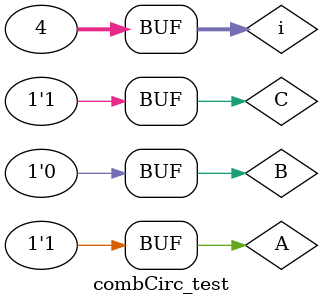
<source format=v>
`timescale 1ns / 1ps


module combCirc_test;
reg A,B,C;
wire X;
integer i =0;
combCirc uut(
.A(A),
.B(B),
.C(C),
.X(X)
);
initial begin
A=0;
B=0;
C=0;
#100
for(i=0;i<4;i=i+1)
    begin
//    A<=i;//nonblocking statements happen parallel.
//    C<=i;
    {A,C} =i;
    #5 B =1;
    #5 B =0;
    #5; //no op
    end
end
endmodule

</source>
